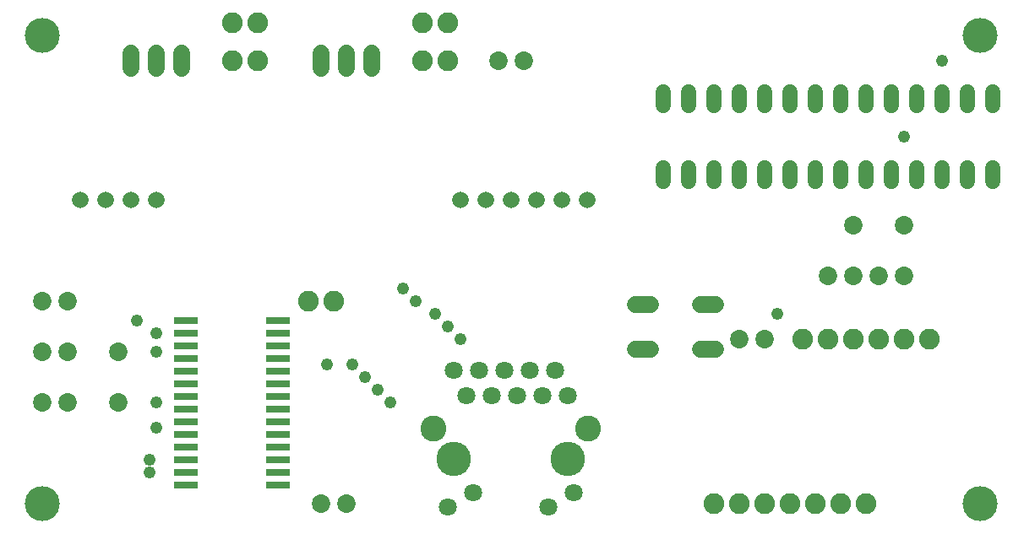
<source format=gts>
G75*
%MOIN*%
%OFA0B0*%
%FSLAX24Y24*%
%IPPOS*%
%LPD*%
%AMOC8*
5,1,8,0,0,1.08239X$1,22.5*
%
%ADD10C,0.0730*%
%ADD11C,0.0680*%
%ADD12C,0.0820*%
%ADD13C,0.1380*%
%ADD14R,0.0946X0.0316*%
%ADD15C,0.0654*%
%ADD16C,0.1025*%
%ADD17C,0.0710*%
%ADD18C,0.1360*%
%ADD19C,0.0600*%
%ADD20C,0.0480*%
D10*
X001680Y007000D03*
X002680Y007000D03*
X004680Y007000D03*
X004680Y009000D03*
X002680Y009000D03*
X001680Y009000D03*
X001680Y011000D03*
X002680Y011000D03*
X012680Y003000D03*
X013680Y003000D03*
X029180Y009500D03*
X030180Y009500D03*
X032680Y012000D03*
X033680Y012000D03*
X034680Y012000D03*
X035680Y012000D03*
X035680Y014000D03*
X033680Y014000D03*
X020680Y020500D03*
X019680Y020500D03*
D11*
X014680Y020200D02*
X014680Y020800D01*
X013680Y020800D02*
X013680Y020200D01*
X012680Y020200D02*
X012680Y020800D01*
X007180Y020800D02*
X007180Y020200D01*
X006180Y020200D02*
X006180Y020800D01*
X005180Y020800D02*
X005180Y020200D01*
X025100Y010890D02*
X025700Y010890D01*
X027660Y010890D02*
X028260Y010890D01*
X028260Y009110D02*
X027660Y009110D01*
X025700Y009110D02*
X025100Y009110D01*
D12*
X031680Y009500D03*
X032680Y009500D03*
X033680Y009500D03*
X034680Y009500D03*
X035680Y009500D03*
X036680Y009500D03*
X034180Y003000D03*
X033180Y003000D03*
X032180Y003000D03*
X031180Y003000D03*
X030180Y003000D03*
X029180Y003000D03*
X028180Y003000D03*
X013180Y011000D03*
X012180Y011000D03*
X010180Y020500D03*
X009180Y020500D03*
X009180Y022000D03*
X010180Y022000D03*
X016680Y022000D03*
X017680Y022000D03*
X017680Y020500D03*
X016680Y020500D03*
D13*
X001680Y003000D03*
X001680Y021500D03*
X038680Y021500D03*
X038680Y003000D03*
D14*
X010991Y003750D03*
X010991Y004250D03*
X010991Y004750D03*
X010991Y005250D03*
X010991Y005750D03*
X010991Y006250D03*
X010991Y006750D03*
X010991Y007250D03*
X010991Y007750D03*
X010991Y008250D03*
X010991Y008750D03*
X010991Y009250D03*
X010991Y009750D03*
X010991Y010250D03*
X007369Y010250D03*
X007369Y009750D03*
X007369Y009250D03*
X007369Y008750D03*
X007369Y008250D03*
X007369Y007750D03*
X007369Y007250D03*
X007369Y006750D03*
X007369Y006250D03*
X007369Y005750D03*
X007369Y005250D03*
X007369Y004750D03*
X007369Y004250D03*
X007369Y003750D03*
D15*
X006180Y015000D03*
X005180Y015000D03*
X004180Y015000D03*
X003180Y015000D03*
X018180Y015000D03*
X019180Y015000D03*
X020180Y015000D03*
X021180Y015000D03*
X022180Y015000D03*
X023180Y015000D03*
D16*
X023231Y005988D03*
X017129Y005988D03*
D17*
X018430Y007283D03*
X019430Y007283D03*
X020430Y007283D03*
X021430Y007283D03*
X022430Y007283D03*
X021930Y008283D03*
X020930Y008283D03*
X019930Y008283D03*
X018930Y008283D03*
X017930Y008283D03*
X018690Y003457D03*
X017690Y002858D03*
X021670Y002858D03*
X022670Y003457D03*
D18*
X022430Y004787D03*
X017930Y004787D03*
D19*
X026180Y015740D02*
X026180Y016260D01*
X027180Y016260D02*
X027180Y015740D01*
X028180Y015740D02*
X028180Y016260D01*
X029180Y016260D02*
X029180Y015740D01*
X030180Y015740D02*
X030180Y016260D01*
X031180Y016260D02*
X031180Y015740D01*
X032180Y015740D02*
X032180Y016260D01*
X033180Y016260D02*
X033180Y015740D01*
X034180Y015740D02*
X034180Y016260D01*
X035180Y016260D02*
X035180Y015740D01*
X036180Y015740D02*
X036180Y016260D01*
X037180Y016260D02*
X037180Y015740D01*
X038180Y015740D02*
X038180Y016260D01*
X039180Y016260D02*
X039180Y015740D01*
X039180Y018740D02*
X039180Y019260D01*
X038180Y019260D02*
X038180Y018740D01*
X037180Y018740D02*
X037180Y019260D01*
X036180Y019260D02*
X036180Y018740D01*
X035180Y018740D02*
X035180Y019260D01*
X034180Y019260D02*
X034180Y018740D01*
X033180Y018740D02*
X033180Y019260D01*
X032180Y019260D02*
X032180Y018740D01*
X031180Y018740D02*
X031180Y019260D01*
X030180Y019260D02*
X030180Y018740D01*
X029180Y018740D02*
X029180Y019260D01*
X028180Y019260D02*
X028180Y018740D01*
X027180Y018740D02*
X027180Y019260D01*
X026180Y019260D02*
X026180Y018740D01*
D20*
X035680Y017500D03*
X037180Y020500D03*
X030680Y010500D03*
X018180Y009500D03*
X017680Y010000D03*
X017180Y010500D03*
X016430Y011000D03*
X015930Y011500D03*
X013930Y008500D03*
X014430Y008000D03*
X014930Y007500D03*
X015430Y007000D03*
X012930Y008500D03*
X006180Y009000D03*
X006180Y009750D03*
X005430Y010250D03*
X006180Y007000D03*
X006180Y006000D03*
X005930Y004750D03*
X005930Y004250D03*
M02*

</source>
